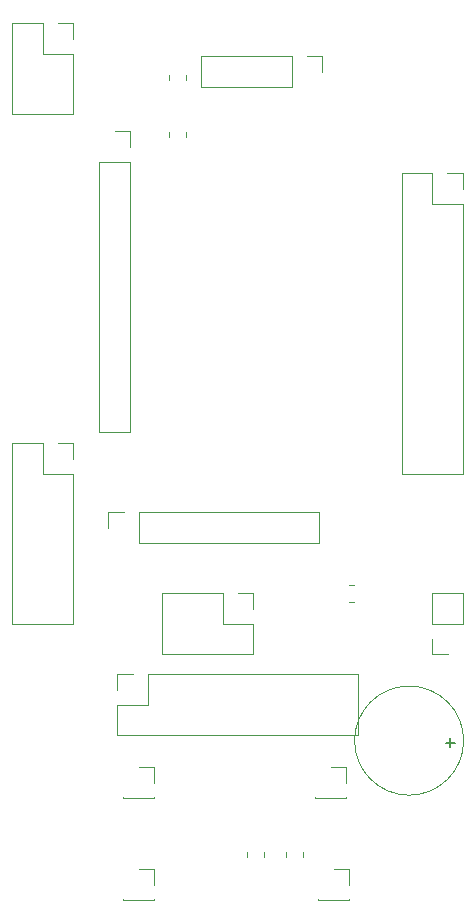
<source format=gbr>
%TF.GenerationSoftware,KiCad,Pcbnew,(5.1.7)-1*%
%TF.CreationDate,2023-12-15T12:51:46-07:00*%
%TF.ProjectId,AMPE32T30,414d5045-3332-4543-9330-2e6b69636164,rev?*%
%TF.SameCoordinates,PX76efc10PY5962530*%
%TF.FileFunction,Legend,Top*%
%TF.FilePolarity,Positive*%
%FSLAX46Y46*%
G04 Gerber Fmt 4.6, Leading zero omitted, Abs format (unit mm)*
G04 Created by KiCad (PCBNEW (5.1.7)-1) date 2023-12-15 12:51:46*
%MOMM*%
%LPD*%
G01*
G04 APERTURE LIST*
%ADD10C,0.120000*%
%ADD11C,0.150000*%
G04 APERTURE END LIST*
D10*
%TO.C,R4*%
X25119000Y4090936D02*
X25119000Y4545064D01*
X23649000Y4090936D02*
X23649000Y4545064D01*
%TO.C,R5*%
X20347000Y4090936D02*
X20347000Y4545064D01*
X21817000Y4090936D02*
X21817000Y4545064D01*
%TO.C,REF\u002A\u002A*%
X26730000Y71942000D02*
X26730000Y70612000D01*
X25400000Y71942000D02*
X26730000Y71942000D01*
X24130000Y71942000D02*
X24130000Y69282000D01*
X24130000Y69282000D02*
X16450000Y69282000D01*
X24130000Y71942000D02*
X16450000Y71942000D01*
X16450000Y71942000D02*
X16450000Y69282000D01*
%TO.C,J16*%
X27686000Y3108000D02*
X29016000Y3108000D01*
X29016000Y3108000D02*
X29016000Y1778000D01*
X29016000Y568000D02*
X29016000Y448000D01*
X26356000Y568000D02*
X26356000Y448000D01*
X26356000Y448000D02*
X29016000Y448000D01*
%TO.C,J15*%
X11176000Y3108000D02*
X12506000Y3108000D01*
X12506000Y3108000D02*
X12506000Y1778000D01*
X12506000Y568000D02*
X12506000Y448000D01*
X9846000Y568000D02*
X9846000Y448000D01*
X9846000Y448000D02*
X12506000Y448000D01*
%TO.C,J14*%
X27432000Y11744000D02*
X28762000Y11744000D01*
X28762000Y11744000D02*
X28762000Y10414000D01*
X28762000Y9204000D02*
X28762000Y9084000D01*
X26102000Y9204000D02*
X26102000Y9084000D01*
X26102000Y9084000D02*
X28762000Y9084000D01*
%TO.C,J13*%
X11176000Y11744000D02*
X12506000Y11744000D01*
X12506000Y11744000D02*
X12506000Y10414000D01*
X12506000Y9204000D02*
X12506000Y9084000D01*
X9846000Y9204000D02*
X9846000Y9084000D01*
X9846000Y9084000D02*
X12506000Y9084000D01*
%TO.C,J1*%
X4318000Y74736000D02*
X5648000Y74736000D01*
X5648000Y74736000D02*
X5648000Y73406000D01*
X3048000Y74736000D02*
X3048000Y72136000D01*
X3048000Y72136000D02*
X5648000Y72136000D01*
X5648000Y72136000D02*
X5648000Y66996000D01*
X448000Y66996000D02*
X5648000Y66996000D01*
X448000Y74736000D02*
X448000Y66996000D01*
X448000Y74736000D02*
X3048000Y74736000D01*
%TO.C,J6*%
X33430000Y62036000D02*
X36030000Y62036000D01*
X33430000Y62036000D02*
X33430000Y36516000D01*
X33430000Y36516000D02*
X38630000Y36516000D01*
X38630000Y59436000D02*
X38630000Y36516000D01*
X36030000Y59436000D02*
X38630000Y59436000D01*
X36030000Y62036000D02*
X36030000Y59436000D01*
X38630000Y62036000D02*
X38630000Y60706000D01*
X37300000Y62036000D02*
X38630000Y62036000D01*
%TO.C,J3*%
X38668000Y23876000D02*
X36008000Y23876000D01*
X38668000Y23876000D02*
X38668000Y26476000D01*
X38668000Y26476000D02*
X36008000Y26476000D01*
X36008000Y23876000D02*
X36008000Y26476000D01*
X36008000Y21276000D02*
X36008000Y22606000D01*
X37338000Y21276000D02*
X36008000Y21276000D01*
%TO.C,J7*%
X448000Y39176000D02*
X3048000Y39176000D01*
X448000Y39176000D02*
X448000Y23816000D01*
X448000Y23816000D02*
X5648000Y23816000D01*
X5648000Y36576000D02*
X5648000Y23816000D01*
X3048000Y36576000D02*
X5648000Y36576000D01*
X3048000Y39176000D02*
X3048000Y36576000D01*
X5648000Y39176000D02*
X5648000Y37846000D01*
X4318000Y39176000D02*
X5648000Y39176000D01*
%TO.C,J11*%
X9144000Y65592000D02*
X10474000Y65592000D01*
X10474000Y65592000D02*
X10474000Y64262000D01*
X10474000Y62992000D02*
X10474000Y40072000D01*
X7814000Y40072000D02*
X10474000Y40072000D01*
X7814000Y62992000D02*
X7814000Y40072000D01*
X7814000Y62992000D02*
X10474000Y62992000D01*
%TO.C,BZ1*%
X38688000Y13970000D02*
G75*
G03*
X38688000Y13970000I-4620000J0D01*
G01*
%TO.C,J2*%
X20888000Y26476000D02*
X20888000Y25146000D01*
X19558000Y26476000D02*
X20888000Y26476000D01*
X20888000Y23876000D02*
X20888000Y21276000D01*
X18288000Y23876000D02*
X20888000Y23876000D01*
X18288000Y26476000D02*
X18288000Y23876000D01*
X20888000Y21276000D02*
X13148000Y21276000D01*
X18288000Y26476000D02*
X13148000Y26476000D01*
X13148000Y26476000D02*
X13148000Y21276000D01*
%TO.C,R3*%
X29437064Y27151000D02*
X28982936Y27151000D01*
X29437064Y25681000D02*
X28982936Y25681000D01*
%TO.C,R2*%
X15213000Y65050936D02*
X15213000Y65505064D01*
X13743000Y65050936D02*
X13743000Y65505064D01*
%TO.C,R1*%
X15213000Y69876936D02*
X15213000Y70331064D01*
X13743000Y69876936D02*
X13743000Y70331064D01*
%TO.C,J4*%
X8576000Y32004000D02*
X8576000Y33334000D01*
X8576000Y33334000D02*
X9906000Y33334000D01*
X11176000Y33334000D02*
X26476000Y33334000D01*
X26476000Y30674000D02*
X26476000Y33334000D01*
X11176000Y30674000D02*
X26476000Y30674000D01*
X11176000Y30674000D02*
X11176000Y33334000D01*
%TO.C,J5*%
X9338000Y18288000D02*
X9338000Y19618000D01*
X9338000Y19618000D02*
X10668000Y19618000D01*
X9338000Y17018000D02*
X11938000Y17018000D01*
X11938000Y17018000D02*
X11938000Y19618000D01*
X11938000Y19618000D02*
X29778000Y19618000D01*
X29778000Y14418000D02*
X29778000Y19618000D01*
X9338000Y14418000D02*
X29778000Y14418000D01*
X9338000Y14418000D02*
X9338000Y17018000D01*
%TD*%
%TO.C,BZ1*%
D11*
X37187047Y13798572D02*
X37948952Y13798572D01*
X37568000Y13417620D02*
X37568000Y14179524D01*
%TD*%
M02*

</source>
